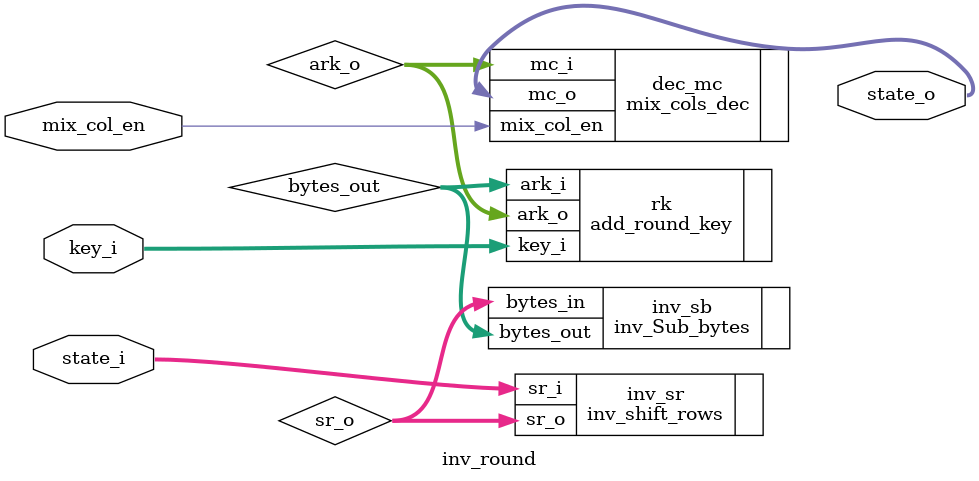
<source format=v>
`timescale 1ns / 1ps


/* Module to perform one round in AES128 encryption */
module inv_round (state_i, key_i, mix_col_en, state_o);

    input [127:0] state_i, key_i;  // The state and round key input 
    input mix_col_en;
    output [127:0] state_o;        // The state output
    
/* 
    Input and output wires connecting the following blocks:
    1. Substitute Bytes
    2. Shift Rows
    3. Mix Columns
    4. Add round Key
*/
wire [127:0] sr_o, bytes_out, ark_o;


/* Instantiate all the modules for encryption / decryption of one round */
inv_shift_rows
    inv_sr (.sr_i(state_i), .sr_o(sr_o));

inv_Sub_bytes
	inv_sb (.bytes_in(sr_o), .bytes_out(bytes_out));

add_round_key
        rk (.ark_i(bytes_out), .key_i(key_i), .ark_o(ark_o));

/* Have different modules for encryption and decryption due to DRC in FPGA (Artix-7 PL) implementation */
mix_cols_dec
	dec_mc (.mc_i(ark_o), .mix_col_en(mix_col_en), .mc_o(state_o));
	



endmodule

</source>
